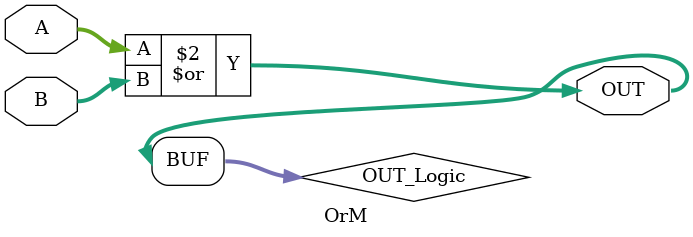
<source format=sv>
module OrM
#(
	parameter INBits=33
)
(
	input [INBits-1:0] A,
	input [INBits-1:0] B,
	
	output [INBits-1:0]OUT

);

 logic [INBits-1:0]OUT_Logic;

 always_comb
 begin
	OUT_Logic = A|B;
 end
 
 assign OUT = OUT_Logic;

 
endmodule


</source>
